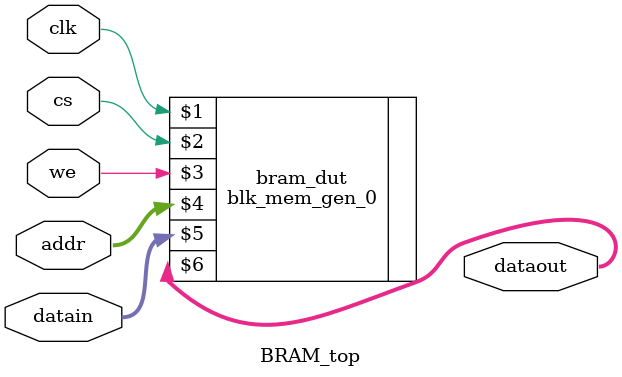
<source format=v>
`timescale 1ns / 1ps


module BRAM_top(
 input clk,cs,
   input[3:0]addr,
   input we,
   input [7:0]datain,
   output [7:0]dataout
    );
    blk_mem_gen_0 bram_dut (clk,cs,we,addr,datain,dataout);
endmodule

</source>
